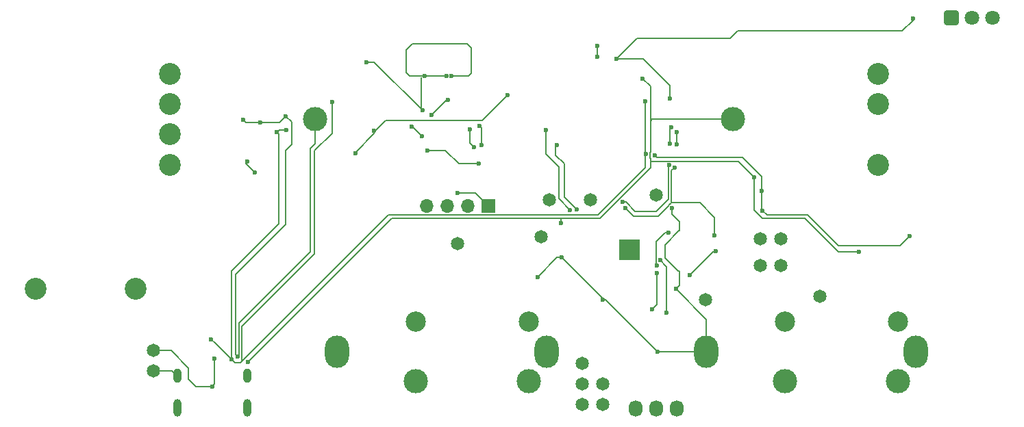
<source format=gbl>
G04 #@! TF.GenerationSoftware,KiCad,Pcbnew,9.0.3*
G04 #@! TF.CreationDate,2026-01-03T08:49:13-08:00*
G04 #@! TF.ProjectId,ir-remote,69722d72-656d-46f7-9465-2e6b69636164,rev?*
G04 #@! TF.SameCoordinates,Original*
G04 #@! TF.FileFunction,Copper,L2,Bot*
G04 #@! TF.FilePolarity,Positive*
%FSLAX46Y46*%
G04 Gerber Fmt 4.6, Leading zero omitted, Abs format (unit mm)*
G04 Created by KiCad (PCBNEW 9.0.3) date 2026-01-03 08:49:13*
%MOMM*%
%LPD*%
G01*
G04 APERTURE LIST*
G04 Aperture macros list*
%AMRoundRect*
0 Rectangle with rounded corners*
0 $1 Rounding radius*
0 $2 $3 $4 $5 $6 $7 $8 $9 X,Y pos of 4 corners*
0 Add a 4 corners polygon primitive as box body*
4,1,4,$2,$3,$4,$5,$6,$7,$8,$9,$2,$3,0*
0 Add four circle primitives for the rounded corners*
1,1,$1+$1,$2,$3*
1,1,$1+$1,$4,$5*
1,1,$1+$1,$6,$7*
1,1,$1+$1,$8,$9*
0 Add four rect primitives between the rounded corners*
20,1,$1+$1,$2,$3,$4,$5,0*
20,1,$1+$1,$4,$5,$6,$7,0*
20,1,$1+$1,$6,$7,$8,$9,0*
20,1,$1+$1,$8,$9,$2,$3,0*%
G04 Aperture macros list end*
G04 #@! TA.AperFunction,ComponentPad*
%ADD10C,1.651000*%
G04 #@! TD*
G04 #@! TA.AperFunction,ComponentPad*
%ADD11R,1.700000X1.700000*%
G04 #@! TD*
G04 #@! TA.AperFunction,ComponentPad*
%ADD12O,1.700000X1.700000*%
G04 #@! TD*
G04 #@! TA.AperFunction,ComponentPad*
%ADD13O,1.727200X2.032000*%
G04 #@! TD*
G04 #@! TA.AperFunction,ComponentPad*
%ADD14O,1.000000X2.200000*%
G04 #@! TD*
G04 #@! TA.AperFunction,ComponentPad*
%ADD15O,1.000000X1.800000*%
G04 #@! TD*
G04 #@! TA.AperFunction,HeatsinkPad*
%ADD16C,0.500000*%
G04 #@! TD*
G04 #@! TA.AperFunction,HeatsinkPad*
%ADD17R,2.500000X2.500000*%
G04 #@! TD*
G04 #@! TA.AperFunction,ComponentPad*
%ADD18C,2.700000*%
G04 #@! TD*
G04 #@! TA.AperFunction,ComponentPad*
%ADD19C,3.000000*%
G04 #@! TD*
G04 #@! TA.AperFunction,ComponentPad*
%ADD20RoundRect,0.250200X-0.649800X-0.649800X0.649800X-0.649800X0.649800X0.649800X-0.649800X0.649800X0*%
G04 #@! TD*
G04 #@! TA.AperFunction,ComponentPad*
%ADD21C,1.800000*%
G04 #@! TD*
G04 #@! TA.AperFunction,ComponentPad*
%ADD22O,3.000000X4.000000*%
G04 #@! TD*
G04 #@! TA.AperFunction,ComponentPad*
%ADD23C,2.500000*%
G04 #@! TD*
G04 #@! TA.AperFunction,ViaPad*
%ADD24C,0.600000*%
G04 #@! TD*
G04 #@! TA.AperFunction,Conductor*
%ADD25C,0.150000*%
G04 #@! TD*
G04 #@! TA.AperFunction,Conductor*
%ADD26C,0.200000*%
G04 #@! TD*
G04 APERTURE END LIST*
D10*
G04 #@! TO.P,TP8,1,1*
G04 #@! TO.N,/MICBIAS*
X75400000Y7510000D03*
G04 #@! TD*
G04 #@! TO.P,TP4,1,1*
G04 #@! TO.N,/INR*
X70330000Y23150000D03*
G04 #@! TD*
G04 #@! TO.P,TP12,1,1*
G04 #@! TO.N,/SCK_MICDET*
X76450000Y27700000D03*
G04 #@! TD*
G04 #@! TO.P,J1,1,Pin_1*
G04 #@! TO.N,Net-(J1-Pin_1)*
X97470000Y19640000D03*
G04 #@! TO.P,J1,2,Pin_2*
G04 #@! TO.N,/AVDD*
X100010000Y19640000D03*
G04 #@! TD*
D11*
G04 #@! TO.P,J12,1,Pin_1*
G04 #@! TO.N,+3V3*
X63870000Y26955000D03*
D12*
G04 #@! TO.P,J12,2,Pin_2*
G04 #@! TO.N,/SWCLK*
X61330000Y26955000D03*
G04 #@! TO.P,J12,3,Pin_3*
G04 #@! TO.N,GND*
X58790000Y26955000D03*
G04 #@! TO.P,J12,4,Pin_4*
G04 #@! TO.N,/SWDIO*
X56250000Y26955000D03*
G04 #@! TD*
D10*
G04 #@! TO.P,TP13,1,1*
G04 #@! TO.N,/MISO*
X71370000Y27700000D03*
G04 #@! TD*
G04 #@! TO.P,TP2,1,1*
G04 #@! TO.N,/LINEOUT_L*
X90700000Y15340000D03*
G04 #@! TD*
D13*
G04 #@! TO.P,J6,1,Pin_1*
G04 #@! TO.N,Net-(J6-Pin_1)*
X82020000Y1920000D03*
G04 #@! TO.P,J6,2,Pin_2*
G04 #@! TO.N,GNDA*
X84560000Y1920000D03*
G04 #@! TO.P,J6,3,Pin_3*
G04 #@! TO.N,Net-(J6-Pin_3)*
X87100000Y1920000D03*
G04 #@! TD*
D10*
G04 #@! TO.P,TP7,1,1*
G04 #@! TO.N,/IN3_L*
X77940000Y4970000D03*
G04 #@! TD*
D14*
G04 #@! TO.P,J4,SH1,Shield1*
G04 #@! TO.N,Net-(J4-Shield1)*
X25370000Y1975000D03*
G04 #@! TO.P,J4,SH2,Shield2*
X34010000Y1975000D03*
D15*
G04 #@! TO.P,J4,SH3,Shield3*
X25370000Y5975000D03*
G04 #@! TO.P,J4,SH4,Shield4*
X34010000Y5975000D03*
G04 #@! TD*
D10*
G04 #@! TO.P,TP1,1,1*
G04 #@! TO.N,/LINEOUT_R*
X104850000Y15790000D03*
G04 #@! TD*
G04 #@! TO.P,TP5,1,1*
G04 #@! TO.N,/IN2_L*
X75400000Y2430000D03*
G04 #@! TD*
G04 #@! TO.P,J2,1,Pin_1*
G04 #@! TO.N,Net-(J2-Pin_1)*
X97470000Y22890000D03*
G04 #@! TO.P,J2,2,Pin_2*
G04 #@! TO.N,/DVDD*
X100010000Y22890000D03*
G04 #@! TD*
D16*
G04 #@! TO.P,U5,33,PAD*
G04 #@! TO.N,GND*
X82260000Y22522500D03*
X81260000Y22522500D03*
X80260000Y22522500D03*
X82260000Y21522500D03*
X81260000Y21522500D03*
D17*
X81260000Y21522500D03*
D16*
X80260000Y21522500D03*
X82260000Y20522500D03*
X81260000Y20522500D03*
X80260000Y20522500D03*
G04 #@! TD*
D10*
G04 #@! TO.P,TP6,1,1*
G04 #@! TO.N,/IN3_R*
X77940000Y2430000D03*
G04 #@! TD*
G04 #@! TO.P,TP11,1,1*
G04 #@! TO.N,/GPIO*
X84620000Y28320000D03*
G04 #@! TD*
G04 #@! TO.P,TP3,1,1*
G04 #@! TO.N,/INL*
X59990000Y22340000D03*
G04 #@! TD*
G04 #@! TO.P,J8,1,Pin_1*
G04 #@! TO.N,GND*
X22430000Y9120000D03*
G04 #@! TO.P,J8,2,Pin_2*
G04 #@! TO.N,Net-(J4-Shield1)*
X22430000Y6580000D03*
G04 #@! TD*
G04 #@! TO.P,TP14,1,1*
G04 #@! TO.N,/IN2_R*
X75400000Y4970000D03*
G04 #@! TD*
D18*
G04 #@! TO.P,POT1,1,Left*
G04 #@! TO.N,+3V3REF*
X24490000Y39565000D03*
G04 #@! TO.P,POT1,1',Left*
G04 #@! TO.N,unconnected-(POT1B-Left-Pad1&apos;)*
X24490000Y35815000D03*
G04 #@! TO.P,POT1,2,Center*
G04 #@! TO.N,/Slider_ADC*
X24490000Y43315000D03*
G04 #@! TO.P,POT1,2',Center*
G04 #@! TO.N,unconnected-(POT1B-Center-Pad2&apos;)*
X24490000Y32065000D03*
G04 #@! TO.P,POT1,3,Right*
G04 #@! TO.N,ADCGND*
X111990000Y43315000D03*
G04 #@! TO.P,POT1,3',Right*
G04 #@! TO.N,unconnected-(POT1B-Right-Pad3&apos;)*
X111990000Y32065000D03*
G04 #@! TO.P,POT1,MOTORA,MOTORA*
G04 #@! TO.N,Net-(U7-OUT1)*
X20240000Y16690000D03*
G04 #@! TO.P,POT1,MOTORB,MOTORB*
G04 #@! TO.N,Net-(U7-OUT2)*
X7840000Y16690000D03*
D19*
G04 #@! TO.P,POT1,S1,GND*
G04 #@! TO.N,GND*
X94090000Y37690000D03*
G04 #@! TO.P,POT1,S2,GND*
X42390000Y37690000D03*
D18*
G04 #@! TO.P,POT1,T,Touch*
G04 #@! TO.N,unconnected-(POT1D-Touch-PadT)*
X111990000Y39565000D03*
G04 #@! TD*
D20*
G04 #@! TO.P,U2,1,OUT*
G04 #@! TO.N,/IR_DEMOD*
X121090000Y50280000D03*
D21*
G04 #@! TO.P,U2,2,GND*
G04 #@! TO.N,GND*
X123630000Y50280000D03*
G04 #@! TO.P,U2,3,Vs*
G04 #@! TO.N,+3V3*
X126170000Y50280000D03*
G04 #@! TD*
D22*
G04 #@! TO.P,J7,S1*
G04 #@! TO.N,GNDA*
X116690000Y8910000D03*
D19*
X114490000Y5310000D03*
G04 #@! TO.P,J7,S2*
X100490000Y5310000D03*
D22*
X90790000Y8910000D03*
D23*
G04 #@! TO.P,J7,T1*
G04 #@! TO.N,Net-(C22-Pad1)*
X114490000Y12660000D03*
G04 #@! TO.P,J7,T2*
G04 #@! TO.N,Net-(C23-Pad1)*
X100490000Y12660000D03*
G04 #@! TD*
D22*
G04 #@! TO.P,J5,S1*
G04 #@! TO.N,GNDA*
X71040000Y8910000D03*
D19*
X68840000Y5310000D03*
G04 #@! TO.P,J5,S2*
X54840000Y5310000D03*
D22*
X45140000Y8910000D03*
D23*
G04 #@! TO.P,J5,T1*
G04 #@! TO.N,Net-(C20-Pad2)*
X68840000Y12660000D03*
G04 #@! TO.P,J5,T2*
G04 #@! TO.N,Net-(C19-Pad2)*
X54840000Y12660000D03*
G04 #@! TD*
D24*
G04 #@! TO.N,+3V3*
X86871251Y31744008D03*
X91760000Y23330000D03*
X60010000Y28570000D03*
X80750000Y26740000D03*
X87160000Y36080000D03*
X87090000Y34620000D03*
X56840000Y38260000D03*
X77280000Y45410000D03*
X58871250Y40081250D03*
X77280000Y46760000D03*
G04 #@! TO.N,GND*
X48730000Y44750000D03*
X34150000Y7700000D03*
X55630000Y35610000D03*
X86170000Y32010000D03*
X109670000Y21260000D03*
X59290000Y43047500D03*
X32860000Y8370000D03*
X88700000Y18390000D03*
X96660000Y30490000D03*
X29712500Y4605000D03*
X56006000Y43037500D03*
X80430000Y27440000D03*
X116300000Y50140000D03*
X72850000Y24840000D03*
X34950000Y31140000D03*
X86290000Y40250000D03*
X34030000Y32460000D03*
X35655000Y37310000D03*
X54351379Y36778621D03*
X86450000Y36685000D03*
X29970000Y8070000D03*
X82920000Y42740000D03*
X79690000Y45190000D03*
X58670000Y43047500D03*
X55710000Y38780000D03*
X86260000Y34710000D03*
X38782500Y38097500D03*
X33572500Y37617500D03*
X91990000Y21370000D03*
G04 #@! TO.N,ADCGND*
X66220000Y40650000D03*
X47380000Y33460000D03*
X49741232Y36271232D03*
G04 #@! TO.N,/V_USB*
X38860000Y36360000D03*
X97750000Y26340000D03*
X32090000Y8010000D03*
X97660000Y28850000D03*
X83320000Y33430000D03*
X115880000Y23210000D03*
X37720000Y36080000D03*
X84390000Y33270000D03*
X83230000Y39880000D03*
X44520000Y39840000D03*
X29580000Y10460000D03*
G04 #@! TO.N,GNDA*
X69900000Y18190000D03*
X87010000Y16710000D03*
X72940000Y20580000D03*
X78000000Y15390000D03*
X84770000Y8910000D03*
X86530000Y26700000D03*
G04 #@! TO.N,/I2C_SCL*
X74790000Y26550000D03*
X72290000Y34510000D03*
G04 #@! TO.N,/I2C_SDA*
X70940000Y36385000D03*
X73950000Y26490000D03*
G04 #@! TO.N,/SAI_FS*
X63020000Y34470000D03*
X62770000Y36840000D03*
G04 #@! TO.N,/SAI_SD_A*
X62620000Y32200000D03*
X56320000Y33830000D03*
G04 #@! TO.N,/SAI_SD_B*
X61570000Y36460000D03*
X62070000Y34270000D03*
G04 #@! TO.N,/VLDO*
X86100000Y23680000D03*
X84660000Y19600000D03*
G04 #@! TO.N,Net-(U5-HPL)*
X84040000Y14190000D03*
X84630000Y18660000D03*
G04 #@! TO.N,Net-(U5-HPR)*
X85070000Y20250000D03*
X85870000Y13750000D03*
G04 #@! TD*
D25*
G04 #@! TO.N,+3V3*
X91760000Y25560000D02*
X91760000Y23330000D01*
X81760000Y25730000D02*
X84840000Y25730000D01*
X62255000Y28570000D02*
X63870000Y26955000D01*
X86460000Y31332757D02*
X86750000Y31622757D01*
X60010000Y28570000D02*
X62255000Y28570000D01*
X86004000Y26894000D02*
X86004000Y26917877D01*
X84840000Y25730000D02*
X86004000Y26894000D01*
X89970000Y27350000D02*
X91760000Y25560000D01*
X87160000Y34690000D02*
X87090000Y34620000D01*
X86312123Y27226000D02*
X86336000Y27226000D01*
X86004000Y26917877D02*
X86312123Y27226000D01*
X87160000Y36080000D02*
X87160000Y34690000D01*
X86460000Y27350000D02*
X89970000Y27350000D01*
X80750000Y26740000D02*
X81760000Y25730000D01*
X56840000Y38260000D02*
X58661250Y40081250D01*
X86750000Y31622757D02*
X86750000Y31790000D01*
X58661250Y40081250D02*
X58871250Y40081250D01*
X86460000Y27350000D02*
X86460000Y31332757D01*
X77280000Y46760000D02*
X77280000Y45410000D01*
X86336000Y27226000D02*
X86460000Y27350000D01*
G04 #@! TO.N,GND*
X49740000Y44750000D02*
X55710000Y38780000D01*
X42390000Y37690000D02*
X42390000Y34670000D01*
X86200000Y32020000D02*
X86180000Y32020000D01*
X83890000Y37480000D02*
X83890000Y41770000D01*
X109670000Y21260000D02*
X107120000Y21260000D01*
X83846000Y33609884D02*
X83890000Y33653884D01*
D26*
X32610000Y8660000D02*
X32610000Y8620000D01*
D25*
X54406000Y46997500D02*
X53656000Y46247500D01*
X86180000Y32020000D02*
X86170000Y32010000D01*
X55630000Y35610000D02*
X54461379Y36778621D01*
X24600000Y9120000D02*
X22430000Y9120000D01*
D26*
X37995000Y37310000D02*
X38782500Y38097500D01*
X39510000Y34560000D02*
X38750000Y33800000D01*
D25*
X94630000Y48600000D02*
X115010000Y48600000D01*
X86290000Y40250000D02*
X86290000Y41860000D01*
X26800000Y5515000D02*
X26800000Y6920000D01*
X72850000Y24840000D02*
X72850000Y25430000D01*
X56016000Y43047500D02*
X56006000Y43037500D01*
X33870000Y32300000D02*
X33870000Y32220000D01*
X61420000Y43060000D02*
X61730000Y43370000D01*
X83890000Y41770000D02*
X82920000Y42740000D01*
X32990000Y12470000D02*
X32990000Y8500000D01*
D26*
X33880000Y37310000D02*
X33572500Y37617500D01*
D25*
X55540000Y38950000D02*
X55710000Y38780000D01*
X82960000Y45190000D02*
X79690000Y45190000D01*
X42390000Y34670000D02*
X41820000Y34100000D01*
D26*
X32610000Y18510000D02*
X32610000Y8660000D01*
D25*
X115010000Y48600000D02*
X116300000Y49890000D01*
X54122500Y43047500D02*
X56446000Y43047500D01*
D26*
X36230000Y22130000D02*
X32610000Y18510000D01*
D25*
X59302500Y43060000D02*
X61420000Y43060000D01*
D26*
X38750000Y24650000D02*
X36230000Y22130000D01*
D25*
X29712500Y4677500D02*
X29970000Y4935000D01*
X86290000Y41860000D02*
X82960000Y45190000D01*
X83846000Y32930116D02*
X83846000Y33609884D01*
X48730000Y44750000D02*
X49740000Y44750000D01*
X94090000Y37690000D02*
X84100000Y37690000D01*
X77640000Y25460000D02*
X83890000Y31710000D01*
X86260000Y34710000D02*
X86260000Y36495000D01*
D26*
X38782500Y38097500D02*
X39510000Y37370000D01*
D25*
X54461379Y36778621D02*
X54351379Y36778621D01*
X88700000Y18390000D02*
X91680000Y21370000D01*
X91680000Y21370000D02*
X91990000Y21370000D01*
X55540000Y42920000D02*
X55540000Y38950000D01*
X72820000Y25460000D02*
X77640000Y25460000D01*
X32990000Y8500000D02*
X32860000Y8370000D01*
X83890000Y32886116D02*
X83846000Y32930116D01*
X107120000Y21260000D02*
X102970000Y25410000D01*
X34030000Y32460000D02*
X33870000Y32300000D01*
X61226000Y46997500D02*
X54406000Y46997500D01*
D26*
X38750000Y33800000D02*
X38750000Y24650000D01*
D25*
X80830000Y27440000D02*
X81980000Y26290000D01*
X84100000Y37690000D02*
X83890000Y37480000D01*
X53656000Y43514000D02*
X54122500Y43047500D01*
X51910000Y25460000D02*
X72820000Y25460000D01*
X53656000Y46247500D02*
X53656000Y43514000D01*
X61730000Y46493500D02*
X61226000Y46997500D01*
X83890000Y33653884D02*
X83890000Y37480000D01*
D26*
X39510000Y37370000D02*
X39510000Y35920000D01*
D25*
X61730000Y43370000D02*
X61730000Y46493500D01*
X84580000Y26290000D02*
X86080000Y27790000D01*
X26800000Y6920000D02*
X24600000Y9120000D01*
X29712500Y4605000D02*
X29712500Y4677500D01*
X86260000Y36495000D02*
X86450000Y36685000D01*
X56446000Y43047500D02*
X56016000Y43047500D01*
X80430000Y27440000D02*
X80830000Y27440000D01*
X72850000Y25430000D02*
X72820000Y25460000D01*
X41820000Y34100000D02*
X41820000Y21300000D01*
X59290000Y43047500D02*
X59302500Y43060000D01*
X96660000Y30490000D02*
X94720000Y32430000D01*
X116300000Y49890000D02*
X116300000Y50140000D01*
X58670000Y43047500D02*
X56446000Y43047500D01*
D26*
X32610000Y8620000D02*
X32860000Y8370000D01*
D25*
X33870000Y32220000D02*
X34950000Y31140000D01*
X41820000Y21300000D02*
X32990000Y12470000D01*
X93710000Y47680000D02*
X94630000Y48600000D01*
X27710000Y4605000D02*
X26800000Y5515000D01*
D26*
X35655000Y37310000D02*
X33880000Y37310000D01*
D25*
X83890000Y31710000D02*
X83890000Y32430000D01*
X82180000Y47680000D02*
X93710000Y47680000D01*
X29712500Y4605000D02*
X27710000Y4605000D01*
X94720000Y32430000D02*
X83890000Y32430000D01*
D26*
X35655000Y37310000D02*
X37995000Y37310000D01*
D25*
X97710000Y25410000D02*
X96660000Y26460000D01*
X29970000Y4935000D02*
X29970000Y8070000D01*
X34150000Y7700000D02*
X51910000Y25460000D01*
X81980000Y26290000D02*
X84580000Y26290000D01*
X86080000Y27790000D02*
X86080000Y31900000D01*
X86080000Y31900000D02*
X86200000Y32020000D01*
X96660000Y26460000D02*
X96660000Y30490000D01*
X102970000Y25410000D02*
X97710000Y25410000D01*
D26*
X39510000Y35920000D02*
X39510000Y34560000D01*
D25*
X79690000Y45190000D02*
X82180000Y47680000D01*
X83890000Y32430000D02*
X83890000Y32886116D01*
G04 #@! TO.N,ADCGND*
X49741232Y35971232D02*
X47380000Y33610000D01*
X47380000Y33610000D02*
X47380000Y33460000D01*
X63120000Y37550000D02*
X66220000Y40650000D01*
X51110000Y37550000D02*
X63120000Y37550000D01*
X49741232Y36271232D02*
X49741232Y35971232D01*
X49741232Y36271232D02*
X49831232Y36271232D01*
X49831232Y36271232D02*
X51110000Y37550000D01*
G04 #@! TO.N,/V_USB*
X97750000Y26340000D02*
X97660000Y26430000D01*
X33380000Y7830000D02*
X33380000Y8146123D01*
X83230000Y39880000D02*
X83230000Y33340000D01*
X83230000Y31724264D02*
X77384736Y25879000D01*
X32090000Y18930000D02*
X37950000Y24790000D01*
X33160000Y7580000D02*
X33410000Y7830000D01*
X107090000Y22060000D02*
X114730000Y22060000D01*
X97660000Y28850000D02*
X97660000Y30620000D01*
X33380000Y12060000D02*
X42340000Y21020000D01*
X42340000Y33800000D02*
X44520000Y35980000D01*
D26*
X38000000Y36360000D02*
X37720000Y36080000D01*
D25*
X51459000Y25879000D02*
X33410000Y7830000D01*
X103320000Y25830000D02*
X107090000Y22060000D01*
X32090000Y8010000D02*
X32090000Y18930000D01*
X30120000Y9920000D02*
X30180000Y9920000D01*
D26*
X38860000Y36360000D02*
X38000000Y36360000D01*
D25*
X33386000Y8587877D02*
X33380000Y8593877D01*
X97750000Y26340000D02*
X98260000Y25830000D01*
X44520000Y35980000D02*
X44520000Y39840000D01*
X29580000Y10460000D02*
X30120000Y9920000D01*
X33380000Y8593877D02*
X33380000Y12060000D01*
X37950000Y24790000D02*
X37950000Y35850000D01*
X42340000Y21020000D02*
X42340000Y33800000D01*
X33410000Y7830000D02*
X33380000Y7830000D01*
X37950000Y35850000D02*
X37720000Y36080000D01*
X97660000Y30620000D02*
X95290000Y32990000D01*
X84670000Y32990000D02*
X84390000Y33270000D01*
X77384736Y25879000D02*
X51459000Y25879000D01*
X114730000Y22060000D02*
X115880000Y23210000D01*
X30180000Y9920000D02*
X32090000Y8010000D01*
X83230000Y33340000D02*
X83230000Y31724264D01*
X95290000Y32990000D02*
X84670000Y32990000D01*
X98260000Y25830000D02*
X103320000Y25830000D01*
X33380000Y8146123D02*
X33386000Y8152123D01*
X32520000Y7580000D02*
X33160000Y7580000D01*
X83230000Y33340000D02*
X83320000Y33430000D01*
X32090000Y8010000D02*
X32520000Y7580000D01*
X33386000Y8152123D02*
X33386000Y8587877D01*
X97660000Y26430000D02*
X97660000Y28850000D01*
G04 #@! TO.N,GNDA*
X78000000Y15520000D02*
X72940000Y20580000D01*
X87010000Y16710000D02*
X90790000Y12930000D01*
X87440000Y18930000D02*
X87260000Y18930000D01*
X78000000Y15390000D02*
X78000000Y15520000D01*
X85700000Y20490000D02*
X85700000Y22170000D01*
X90790000Y12930000D02*
X90790000Y8910000D01*
X87260000Y18930000D02*
X85700000Y20490000D01*
X78000000Y15390000D02*
X78290000Y15390000D01*
X87440000Y23890000D02*
X87440000Y25030000D01*
X72290000Y20580000D02*
X72940000Y20580000D01*
X87440000Y25030000D02*
X86530000Y25940000D01*
X85700000Y22170000D02*
X87420000Y23890000D01*
X87440000Y17140000D02*
X87440000Y18930000D01*
X87010000Y16710000D02*
X87440000Y17140000D01*
X78290000Y15390000D02*
X84770000Y8910000D01*
X87420000Y23890000D02*
X87440000Y23890000D01*
X69900000Y18190000D02*
X72290000Y20580000D01*
X86530000Y25940000D02*
X86530000Y26700000D01*
X84770000Y8910000D02*
X90790000Y8910000D01*
G04 #@! TO.N,Net-(J4-Shield1)*
X22430000Y6580000D02*
X24765000Y6580000D01*
X24765000Y6580000D02*
X25370000Y5975000D01*
G04 #@! TO.N,/I2C_SCL*
X73255178Y28084822D02*
X73255178Y32174822D01*
X74790000Y26550000D02*
X73255178Y28084822D01*
X72180000Y34400000D02*
X72290000Y34510000D01*
X72180000Y33250000D02*
X72180000Y34400000D01*
X73255178Y32174822D02*
X72180000Y33250000D01*
G04 #@! TO.N,/I2C_SDA*
X73950000Y26490000D02*
X72530000Y27910000D01*
X72530000Y31810000D02*
X70940000Y33400000D01*
X70940000Y33400000D02*
X70940000Y36385000D01*
X72530000Y27910000D02*
X72530000Y31810000D01*
G04 #@! TO.N,/SAI_FS*
X63020000Y36590000D02*
X63020000Y34470000D01*
X62770000Y36840000D02*
X63020000Y36590000D01*
G04 #@! TO.N,/SAI_SD_A*
X56320000Y33830000D02*
X58550000Y33830000D01*
X60180000Y32200000D02*
X62620000Y32200000D01*
X58550000Y33830000D02*
X60180000Y32200000D01*
G04 #@! TO.N,/SAI_SD_B*
X61570000Y36460000D02*
X61570000Y34770000D01*
X61570000Y34770000D02*
X62070000Y34270000D01*
G04 #@! TO.N,/VLDO*
X86100000Y23680000D02*
X85670000Y23680000D01*
X84544000Y22554000D02*
X84544000Y19716000D01*
X84544000Y19716000D02*
X84660000Y19600000D01*
X85670000Y23680000D02*
X84544000Y22554000D01*
G04 #@! TO.N,Net-(U5-HPL)*
X84040000Y14190000D02*
X84630000Y14780000D01*
X84630000Y14780000D02*
X84630000Y18660000D01*
G04 #@! TO.N,Net-(U5-HPR)*
X85070000Y20250000D02*
X85870000Y19450000D01*
X85870000Y19450000D02*
X85870000Y13750000D01*
G04 #@! TD*
M02*

</source>
